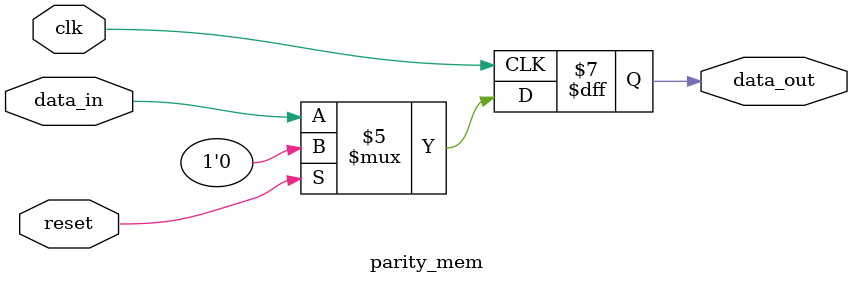
<source format=sv>
module parity #(
	/* Parameters */
	parameter WIDTH = 8
	)
	(data_in, parity_out);
input      [WIDTH-1:0] data_in;
output reg             parity_out;

always @(*) begin
	int i;
	parity_out = 0;

	for (i=0; i<WIDTH; i=i+1) begin
		parity_out = parity_out ^ data_in[i];
	end
end // always(*)
endmodule

module parity_mem (clk, reset, data_in, data_out);
input      clk;
input      reset;
input      data_in;
output reg data_out;

always_ff @(posedge clk) begin : proc_data_out
	if(reset) begin
		data_out <= 0;
	end else begin
		data_out <= data_in;
	end
end
endmodule

</source>
